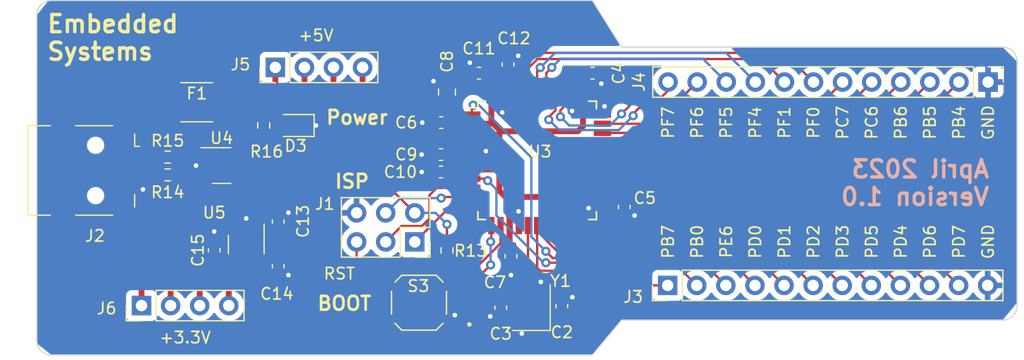
<source format=kicad_pcb>
(kicad_pcb (version 20221018) (generator pcbnew)
  (layers (0 "F.Cu" signal) (31 "B.Cu" signal) (34 "B.Paste" user) (35 "F.Paste" user) (36 "B.SilkS" user "B.Silkscreen") (37 "F.SilkS" user "F.Silkscreen") (38 "B.Mask" user) (39 "F.Mask" user) (44 "Edge.Cuts" user))
  (net 0 "")
  (net 1 "GND")
  (net 2 "+5V")
  (net 3 "XTAL1")
  (net 4 "XTAL2")
  (net 5 "/UCAP")
  (net 6 "/AREF")
  (net 7 "+3.3V")
  (net 8 "Net-(U5-BP)")
  (net 9 "Net-(D3-A)")
  (net 10 "Net-(J2-VBUS)")
  (net 11 "MISO")
  (net 12 "SCK")
  (net 13 "MOSI")
  (net 14 "RST")
  (net 15 "Net-(J2-D-)")
  (net 16 "Net-(J2-D+)")
  (net 17 "USB_CONN_D+")
  (net 18 "USB_CONN_D-")
  (net 19 "USB_D-")
  (net 20 "USB_D+")
  (net 22 "unconnected-(J2-Shield-Pad6)")
  (net 23 "PB7")
  (net 24 "PD5")
  (net 25 "PD3")
  (net 26 "PD2")
  (net 27 "PD1")
  (net 28 "PD0")
  (net 29 "PE6")
  (net 30 "PB0")
  (net 31 "PD4")
  (net 32 "PD6")
  (net 33 "PD7")
  (net 34 "PB4")
  (net 35 "PB5")
  (net 36 "PB6")
  (net 37 "PC6")
  (net 38 "PC7")
  (net 39 "PF7")
  (net 40 "PF6")
  (net 41 "PF5")
  (net 42 "PF4")
  (net 43 "PF1")
  (net 44 "PF0")
  (footprint "Capacitor_SMD:C_0603_1608Metric" (layer "F.Cu") (at 126.8695 106.4745 -90)
    (fp_text reference "C2")
    (fp_text value "22p")
  )
  (footprint "Connector_PinHeader_2.54mm:PinHeader_1x12_P2.54mm_Vertical" (layer "F.Cu") (at 164.084 86.879583 -90)
    (fp_text reference "J4")
    (fp_text value "ATMEGA_ConnRight")
  )
  (footprint "Capacitor_SMD:C_0603_1608Metric" (layer "F.Cu") (at 122.174 85.344 90)
    (fp_text reference "C12")
    (fp_text value "0.1uF")
  )
  (footprint "Crystal:Crystal_SMD_Abracon_ABM8G-4Pin_3.2x2.5mm" (layer "F.Cu") (at 124.2025 106.6015 90)
    (fp_text reference "Y1")
    (fp_text value "16MHz")
  )
  (footprint "Connector_PinSocket_2.54mm:PinSocket_2x03_P2.54mm_Vertical" (layer "F.Cu") (at 114.031 100.858 -90)
    (fp_text reference "J1")
    (fp_text value "AVR-ISP-6")
  )
  (footprint "Capacitor_SMD:C_0603_1608Metric" (layer "F.Cu") (at 116.319 94.742 180)
    (fp_text reference "C10")
    (fp_text value "0.1uF")
  )
  (footprint "PTS526_SMD_Button:PTS526_SMD_Button" (layer "F.Cu") (at 114.3955 106.172 180)
    (fp_text reference "S3")
    (fp_text value "PTS526_SM08_SMTR2_LFS")
  )
  (footprint "Capacitor_SMD:C_0603_1608Metric" (layer "F.Cu") (at 116.332 90.424 180)
    (fp_text reference "C6")
    (fp_text value "0.1uF")
  )
  (footprint "Connector_USB:USB_Mini-B_Lumberg_2486_01_Horizontal" (layer "F.Cu") (at 86.162 94.61 -90)
    (fp_text reference "J2")
    (fp_text value "USB_B_Mini")
  )
  (footprint "Capacitor_SMD:C_0603_1608Metric" (layer "F.Cu") (at 122.428 102.108 -90)
    (fp_text reference "C7")
    (fp_text value "0.1uF")
  )
  (footprint "Connector_PinHeader_2.54mm:PinHeader_1x12_P2.54mm_Vertical" (layer "F.Cu") (at 136.110585 104.659583 90)
    (fp_text reference "J3")
    (fp_text value "ATMEGA_ConnLeft")
  )
  (footprint "Resistor_SMD:R_0603_1608Metric" (layer "F.Cu") (at 116.84 101.6 -90)
    (fp_text reference "R13")
    (fp_text value "10k")
  )
  (footprint "Package_TO_SOT_SMD:SOT-23-6" (layer "F.Cu") (at 97.165615 94.181688)
    (fp_text reference "U4")
    (fp_text value "USBLC6-2SC6")
  )
  (footprint "Capacitor_SMD:C_0603_1608Metric" (layer "F.Cu") (at 96.52 101.587 90)
    (fp_text reference "C15")
    (fp_text value "10nF")
  )
  (footprint "LED_SMD:LED_0805_2012Metric" (layer "F.Cu") (at 103.5535 90.678 180)
    (fp_text reference "D3")
    (fp_text value "LED")
  )
  (footprint "Package_QFP:TQFP-44_10x10mm_P0.8mm" (layer "F.Cu") (at 124.714 93.726)
    (fp_text reference "U3")
    (fp_text value "ATmega32U4-A")
  )
  (footprint "Capacitor_SMD:C_0603_1608Metric" (layer "F.Cu") (at 119.634 86.106 180)
    (fp_text reference "C11")
    (fp_text value "0.1uF")
  )
  (footprint "Resistor_SMD:R_0603_1608Metric" (layer "F.Cu") (at 92.456911 93.445905)
    (fp_text reference "R15")
    (fp_text value "22")
  )
  (footprint "Package_TO_SOT_SMD:SOT-23-5" (layer "F.Cu") (at 99.314 101.092 -90)
    (fp_text reference "U5")
    (fp_text value "LP2985-3.3")
  )
  (footprint "Connector_PinHeader_2.54mm:PinHeader_1x04_P2.54mm_Vertical" (layer "F.Cu") (at 101.854 85.598 90)
    (fp_text reference "J5")
    (fp_text value "+5V_Conn")
  )
  (footprint "Resistor_SMD:R_0603_1608Metric" (layer "F.Cu") (at 92.456 94.996)
    (fp_text reference "R14")
    (fp_text value "22")
  )
  (footprint "Capacitor_SMD:C_0603_1608Metric" (layer "F.Cu") (at 132.321 97.803 -90)
    (fp_text reference "C5")
    (fp_text value "0.1uF")
  )
  (footprint "Capacitor_SMD:C_0603_1608Metric" (layer "F.Cu") (at 121.5355 106.6015 -90)
    (fp_text reference "C3")
    (fp_text value "22p")
  )
  (footprint "Capacitor_SMD:C_0603_1608Metric" (layer "F.Cu") (at 102.108 102.984 -90)
    (fp_text reference "C14")
    (fp_text value "2.2uF")
  )
  (footprint "Resistor_SMD:R_0603_1608Metric" (layer "F.Cu") (at 100.838 90.678 -90)
    (fp_text reference "R16")
    (fp_text value "1k")
  )
  (footprint "Connector_PinHeader_2.54mm:PinHeader_1x04_P2.54mm_Vertical" (layer "F.Cu") (at 90.17 106.426 90)
    (fp_text reference "J6")
    (fp_text value "+3.3V_Conn")
  )
  (footprint "Capacitor_SMD:C_0603_1608Metric" (layer "F.Cu") (at 102.108 99.073 90)
    (fp_text reference "C13")
    (fp_text value "1uF")
  )
  (footprint "Fuse:Fuse_1812_4532Metric" (layer "F.Cu") (at 94.996 88.646)
    (fp_text reference "F1")
    (fp_text value "PTCSMD")
  )
  (footprint "Capacitor_SMD:C_0603_1608Metric" (layer "F.Cu") (at 129.553 86.106)
    (fp_text reference "C4")
    (fp_text value "0.1uF")
  )
  (footprint "Capacitor_SMD:C_0603_1608Metric" (layer "F.Cu") (at 116.319 93.218 180)
    (fp_text reference "C9")
    (fp_text value "1uF")
  )
  (footprint "Capacitor_SMD:C_0805_2012Metric" (layer "F.Cu") (at 116.84 87.757 90)
    (fp_text reference "C8")
    (fp_text value "10uF")
  )
  (gr_arc (start 165.354 83.82) (mid 166.252026 84.191974) (end 166.624 85.09) (stroke (width 0.1)) (layer "Edge.Cuts"))
  (gr_line (start 129.54 110.744) (end 82.296 110.744) (stroke (width 0.1)) (layer "Edge.Cuts"))
  (gr_arc (start 82.296 110.744) (mid 81.397974 110.372026) (end 81.026 109.474) (stroke (width 0.1)) (layer "Edge.Cuts"))
  (gr_line (start 166.624 85.09) (end 166.624 106.426) (stroke (width 0.1)) (layer "Edge.Cuts"))
  (gr_line (start 132.08 83.82) (end 129.54 79.756) (stroke (width 0.1)) (layer "Edge.Cuts"))
  (gr_arc (start 81.026 81.026) (mid 81.397974 80.127974) (end 82.296 79.756) (stroke (width 0.1)) (layer "Edge.Cuts"))
  (gr_line (start 165.354 83.82) (end 132.08 83.82) (stroke (width 0.1)) (layer "Edge.Cuts"))
  (gr_line (start 132.08 107.696) (end 129.54 110.744) (stroke (width 0.1)) (layer "Edge.Cuts"))
  (gr_line (start 81.026 109.474) (end 81.026 81.026) (stroke (width 0.1)) (layer "Edge.Cuts"))
  (gr_line (start 165.354 107.696) (end 132.08 107.696) (stroke (width 0.1)) (layer "Edge.Cuts"))
  (gr_arc (start 166.624 106.426) (mid 166.252026 107.324026) (end 165.354 107.696) (stroke (width 0.1)) (layer "Edge.Cuts"))
  (gr_line (start 82.296 79.756) (end 129.54 79.756) (stroke (width 0.1)) (layer "Edge.Cuts"))
  (gr_text "April 2023\nVersion 1.0" (at 164.338 97.79) (layer "B.SilkS") (effects (font (size 1.5 1.5) (thickness 0.3) bold) (justify left bottom mirror)))
  (gr_text "PB0" (at 138.684 100.838 90) (layer "F.SilkS") (effects (font (size 1 1))))
  (gr_text "RST" (at 107.442 103.632) (layer "F.SilkS") (effects (font (size 1 1))))
  (gr_text "ISP" (at 106.934 96.266) (layer "F.SilkS") (effects (font (size 1.2 1.2) (thickness 0.24) bold) (justify left bottom)))
  (gr_text "+5V" (at 105.41 82.804) (layer "F.SilkS") (effects (font (size 1 1))))
  (gr_text "PB5" (at 159.004 90.424 90) (layer "F.SilkS") (effects (font (size 1 1))))
  (gr_text "PF6" (at 138.684 90.424 90) (layer "F.SilkS") (effects (font (size 1 1))))
  (gr_text "PF7" (at 136.144 90.424 90) (layer "F.SilkS") (effects (font (size 1 1))))
  (gr_text "PE6" (at 141.224 100.838 90) (layer "F.SilkS") (effects (font (size 1 1))))
  (gr_text "PD7" (at 161.544 100.838 90) (layer "F.SilkS") (effects (font (size 1 1))))
  (gr_text "Power" (at 106.172 90.678) (layer "F.SilkS") (effects (font (size 1.2 1.2) (thickness 0.24) bold) (justify left bottom)))
  (gr_text "PF0" (at 148.844 90.424 90) (layer "F.SilkS") (effects (font (size 1 1))))
  (gr_text "PB6" (at 156.464 90.424 90) (layer "F.SilkS") (effects (font (size 1 1))))
  (gr_text "+3.3V" (at 93.98 109.22) (layer "F.SilkS") (effects (font (size 1 1))))
  (gr_text "PD2" (at 148.844 100.838 90) (layer "F.SilkS") (effects (font (size 1 1))))
  (gr_text "GND" (at 164.084 100.838 90) (layer "F.SilkS") (effects (font (size 1 1))))
  (gr_text "PF4" (at 143.764 90.424 90) (layer "F.SilkS") (effects (font (size 1 1))))
  (gr_text "PD6" (at 159.004 100.838 90) (layer "F.SilkS") (effects (font (size 1 1))))
  (gr_text "PD3" (at 151.384 100.838 90) (layer "F.SilkS") (effects (font (size 1 1))))
  (gr_text "PD5" (at 153.924 100.838 90) (layer "F.SilkS") (effects (font (size 1 1))))
  (gr_text "PD0" (at 143.764 100.838 90) (layer "F.SilkS") (effects (font (size 1 1))))
  (gr_text "PC7" (at 151.384 90.424 90) (layer "F.SilkS") (effects (font (size 1 1))))
  (gr_text "Embedded \nSystems" (at 81.788 85.09) (layer "F.SilkS") (effects (font (size 1.5 1.5) (thickness 0.3) bold) (justify left bottom)))
  (gr_text "PD1" (at 146.304 100.838 90) (layer "F.SilkS") (effects (font (size 1 1))))
  (gr_text "BOOT" (at 105.41 106.934) (layer "F.SilkS") (effects (font (size 1.2 1.2) (thickness 0.24) bold) (justify left bottom)))
  (gr_text "PC6" (at 153.924 90.424 90) (layer "F.SilkS") (effects (font (size 1 1))))
  (gr_text "PD4" (at 156.464 100.838 90) (layer "F.SilkS") (effects (font (size 1 1))))
  (gr_text "PF5" (at 141.224 90.424 90) (layer "F.SilkS") (effects (font (size 1 1))))
  (gr_text "PB7" (at 136.144 100.838 90) (layer "F.SilkS") (effects (font (size 1 1))))
  (gr_text "PB4" (at 161.544 90.424 90) (layer "F.SilkS") (effects (font (size 1 1))))
  (gr_text "GND" (at 164.084 90.424 90) (layer "F.SilkS") (effects (font (size 1 1))))
  (gr_text "PF1" (at 146.304 90.424 90) (layer "F.SilkS") (effects (font (size 1 1))))
  (segment (start 104.491 90.678) (end 105.41 90.678) (width 0.508) (layer "F.Cu") (net 1))
  (segment (start 127.914 89.256) (end 127.762 89.408) (width 0.3048) (layer "F.Cu") (net 1))
  (segment (start 114.630216 93.218) (end 114.626396 93.22182) (width 0.508) (layer "F.Cu") (net 1))
  (segment (start 117.5225 107.895) (end 117.3955 108.022) (width 0.508) (layer "F.Cu") (net 1))
  (segment (start 88.862 96.21) (end 90.241 96.21) (width 0.508) (layer "F.Cu") (net 1))
  (segment (start 114.632608 94.748694) (end 115.537306 94.748694) (width 0.508) (layer "F.Cu") (net 1))
  (segment (start 115.537306 94.748694) (end 115.544 94.742) (width 0.508) (layer "F.Cu") (net 1))
  (segment (start 118.859 86.106) (end 118.859 85.211076) (width 0.508) (layer "F.Cu") (net 1))
  (segment (start 115.544 93.218) (end 114.630216 93.218) (width 0.508) (layer "F.Cu") (net 1))
  (segment (start 116.84 86.807) (end 115.66891 86.807) (width 0.508) (layer "F.Cu") (net 1))
  (segment (start 102.997 103.759) (end 102.108 103.759) (width 0.508) (layer "F.Cu") (net 1))
  (segment (start 130.595586 89.544414) (end 130.414 89.726) (width 0.508) (layer "F.Cu") (net 1))
  (segment (start 90.241 96.21) (end 90.297 96.266) (width 0.508) (layer "F.Cu") (net 1))
  (segment (start 121.666 89.535) (end 121.514 89.017882) (width 0.508) (layer "F.Cu") (net 1))
  (segment (start 130.318067 87.016836) (end 130.318067 86.115933) (width 0.508) (layer "F.Cu") (net 1))
  (segment (start 117.5225 107.26) (end 117.5225 107.895) (width 0.508) (layer "F.Cu") (net 1))
  (segment (start 133.223 98.552) (end 132.347 98.552) (width 0.508) (layer "F.Cu") (net 1))
  (segment (start 123.114 98.208228) (end 123.089352 98.18358) (width 0.508) (layer "F.Cu") (net 1))
  (segment (start 125.03174 104.356388) (end 125.03174 105.48074) (width 0.508) (layer "F.Cu") (net 1))
  (segment (start 125.03174 105.48074) (end 125.0525 105.5015) (width 0.508) (layer "F.Cu") (net 1))
  (segment (start 123.063 84.582) (end 122.187 84.582) (width 0.508) (layer "F.Cu") (net 1))
  (segment (start 121.514 89.017882) (end 121.514 88.026) (width 0.508) (layer "F.Cu") (net 1))
  (segment (start 130.414 97.726) (end 129.38736 97.726) (width 0.508) (layer "F.Cu") (net 1))
  (segment (start 102.997 98.298) (end 102.108 98.298) (width 0.508) (layer "F.Cu") (net 1))
  (segment (start 96.028115 94.181688) (end 94.929556 94.181688) (width 0.508) (layer "F.Cu") (net 1))
  (segment (start 130.595586 89.003476) (end 130.595586 89.544414) (width 0.508) (layer "F.Cu") (net 1))
  (segment (start 120.623036 107.3765) (end 120.617428 107.370892) (width 0.508) (layer "F.Cu") (net 1))
  (segment (start 123.3525 107.7015) (end 123.3525 108.84216) (width 0.508) (layer "F.Cu") (net 1))
  (segment (start 123.3525 108.84216) (end 123.377191 108.866851) (width 0.508) (layer "F.Cu") (net 1))
  (segment (start 115.557 90.424) (end 114.681 90.424) (width 0.508) (layer "F.Cu") (net 1))
  (segment (start 123.114 99.426) (end 123.114 98.208228) (width 0.508) (layer "F.Cu") (net 1))
  (segment (start 126.8695 105.6995) (end 127.779406 105.6995) (width 0.508) (layer "F.Cu") (net 1))
  (segment (start 130.318067 86.115933) (end 130.328 86.106) (width 0.508) (layer "F.Cu") (net 1))
  (segment (start 129.38736 97.726) (end 129.206701 97.906659) (width 0.508) (layer "F.Cu") (net 1))
  (segment (start 115.66891 86.807) (end 115.659806 86.797896) (width 0.508) (layer "F.Cu") (net 1))
  (segment (start 119.014 92.926) (end 120.235467 92.926) (width 0.508) (layer "F.Cu") (net 1))
  (segment (start 99.314 99.9545) (end 99.314 98.806) (width 0.508) (layer "F.Cu") (net 1))
  (segment (start 96.52 100.812) (end 96.52 99.949) (width 0.508) (layer "F.Cu") (net 1))
  (segment (start 118.859 85.211076) (end 118.836998 85.189074) (width 0.508) (layer "F.Cu") (net 1))
  (segment (start 122.428 102.883) (end 122.428 103.759) (width 0.508) (layer "F.Cu") (net 1))
  (segment (start 94.929556 94.181688) (end 94.927568 94.183676) (width 0.508) (layer "F.Cu") (net 1))
  (segment (start 120.235467 92.926) (end 120.24031 92.921157) (width 0.508) (layer "F.Cu") (net 1))
  (segment (start 121.5355 107.3765) (end 120.623036 107.3765) (width 0.508) (layer "F.Cu") (net 1))
  (segment (start 122.187 84.582) (end 122.174 84.569) (width 0.508) (layer "F.Cu") (net 1))
  (segment (start 127.779406 105.6995) (end 127.790378 105.688528) (width 0.508) (layer "F.Cu") (net 1))
  (segment (start 127.914 88.026) (end 127.914 89.256) (width 0.3048) (layer "F.Cu") (net 1))
  (via (at 94.927568 94.183676) (size 0.8) (drill 0.4) (layers "F.Cu" "B.Cu") (net 1))
  (via (at 122.428 103.759) (size 0.8) (drill 0.4) (layers "F.Cu" "B.Cu") (net 1))
  (via (at 99.314 98.806) (size 0.8) (drill 0.4) (layers "F.Cu" "B.Cu") (net 1))
  (via (at 121.666 89.535) (size 0.8) (drill 0.4) (layers "F.Cu" "B.Cu") (net 1))
  (via (at 127.762 89.408) (size 0.8) (drill 0.4) (layers "F.Cu" "B.Cu") (net 1))
  (via (at 105.41 90.678) (size 0.8) (drill 0.4) (layers "F.Cu" "B.Cu") (net 1))
  (via (at 133.223 98.552) (size 0.8) (drill 0.4) (layers "F.Cu" "B.Cu") (net 1))
  (via (at 115.659806 86.797896) (size 0.8) (drill 0.4) (layers "F.Cu" "B.Cu") (net 1))
  (via (at 120.24031 92.921157) (size 0.8) (drill 0.4) (layers "F.Cu" "B.Cu") (net 1))
  (via (at 120.617428 107.370892) (size 0.8) (drill 0.4) (layers "F.Cu" "B.Cu") (net 1))
  (via (at 123.377191 108.866851) (size 0.8) (drill 0.4) (layers "F.Cu" "B.Cu") (net 1))
  (via (at 96.52 99.949) (size 0.8) (drill 0.4) (layers "F.Cu" "B.Cu") (net 1))
  (via (at 102.997 103.759) (size 0.8) (drill 0.4) (layers "F.Cu" "B.Cu") (net 1))
  (via (at 114.632608 94.748694) (size 0.8) (drill 0.4) (layers "F.Cu" "B.Cu") (net 1))
  (via (at 127.790378 105.688528) (size 0.8) (drill 0.4) (layers "F.Cu" "B.Cu") (net 1))
  (via (at 90.297 96.266) (size 0.8) (drill 0.4) (layers "F.Cu" "B.Cu") (net 1))
  (via (at 125.03174 104.356388) (size 0.8) (drill 0.4) (layers "F.Cu" "B.Cu") (net 1))
  (via (at 130.595586 89.003476) (size 0.8) (drill 0.4) (layers "F.Cu" "B.Cu") (net 1))
  (via (at 129.206701 97.906659) (size 0.8) (drill 0.4) (layers "F.Cu" "B.Cu") (net 1))
  (via (at 114.626396 93.22182) (size 0.8) (drill 0.4) (layers "F.Cu" "B.Cu") (net 1))
  (via (at 102.997 98.298) (size 0.8) (drill 0.4) (layers "F.Cu" "B.Cu") (net 1))
  (via (at 118.836998 85.189074) (size 0.8) (drill 0.4) (layers "F.Cu" "B.Cu") (net 1))
  (via (at 117.5225 107.26) (size 0.8) (drill 0.4) (layers "F.Cu" "B.Cu") (net 1))
  (via (at 130.318067 87.016836) (size 0.8) (drill 0.4) (layers "F.Cu" "B.Cu") (net 1))
  (via (at 123.063 84.582) (size 0.8) (drill 0.4) (layers "F.Cu" "B.Cu") (net 1))
  (via (at 114.681 90.424) (size 0.8) (drill 0.4) (layers "F.Cu" "B.Cu") (net 1))
  (via (at 123.089352 98.18358) (size 0.8) (drill 0.4) (layers "F.Cu" "B.Cu") (net 1))
  (segment (start 132.219 96.926) (end 132.321 97.028) (width 0.508) (layer "F.Cu") (net 2))
  (segment (start 128.714 86.17) (end 128.778 86.106) (width 0.508) (layer "F.Cu") (net 2))
  (segment (start 119.014 90.526) (end 117.209 90.526) (width 0.508) (layer "F.Cu") (net 2))
  (segment (start 97.663 96.647) (end 98.364 97.348) (width 0.2032) (layer "F.Cu") (net 2))
  (segment (start 101.854 85.598) (end 101.854 87.691) (width 0.508) (layer "F.Cu") (net 2))
  (segment (start 97.1335 88.646) (end 97.155 88.6675) (width 0.2032) (layer "F.Cu") (net 2))
  (segment (start 106.934 85.598) (end 106.934 87.945) (width 0.508) (layer "F.Cu") (net 2))
  (segment (start 100.264 99.9545) (end 102.0015 99.9545) (width 0.508) (layer "F.Cu") (net 2))
  (segment (start 122.314 98.615967) (end 122.235352 98.537319) (width 0.508) (layer "F.Cu") (net 2))
  (segment (start 109.474 87.945) (end 110.236 88.707) (width 0.508) (layer "F.Cu") (net 2))
  (segment (start 110.236 88.707) (end 108.204 88.707) (width 0.508) (layer "F.Cu") (net 2))
  (segment (start 111.252 88.707) (end 110.236 88.707) (width 0.508) (layer "F.Cu") (net 2))
  (segment (start 101.854 87.691) (end 102.87 88.707) (width 0.508) (layer "F.Cu") (net 2))
  (segment (start 120.714 88.026) (end 120.714 90.361) (width 0.508) (layer "F.Cu") (net 2))
  (segment (start 107.95 88.707) (end 107.696 88.707) (width 0.508) (layer "F.Cu") (net 2))
  (segment (start 121.412 91.059) (end 121.412 93.98) (width 0.508) (layer "F.Cu") (net 2))
  (segment (start 114.031 98.318) (end 112.36 96.647) (width 0.2032) (layer "F.Cu") (net 2))
  (segment (start 122.235352 97.216352) (end 121.412 96.393) (width 0.508) (layer "F.Cu") (net 2))
  (segment (start 122.525704 96.926) (end 122.235352 97.216352) (width 0.508) (layer "F.Cu") (net 2))
  (segment (start 106.807 88.707) (end 104.902 88.707) (width 0.508) (layer "F.Cu") (net 2))
  (segment (start 119.014 90.526) (end 120.879 90.526) (width 0.508) (layer "F.Cu") (net 2))
  (segment (start 116.84 88.707) (end 111.252 88.707) (width 0.508) (layer "F.Cu") (net 2))
  (segment (start 120.714 90.361) (end 120.879 90.526) (width 0.508) (layer "F.Cu") (net 2))
  (segment (start 120.879 90.526) (end 121.412 91.059) (width 0.508) (layer "F.Cu") (net 2))
  (segment (start 116.84 99.314) (end 116.84 100.775) (width 0.2032) (layer "F.Cu") (net 2))
  (segment (start 107.696 88.707) (end 106.807 88.707) (width 0.508) (layer "F.Cu") (net 2))
  (segment (start 121.539 91.186) (end 121.412 91.059) (width 0.508) (layer "F.Cu") (net 2))
  (segment (start 97.483688 94.181688) (end 98.303115 94.181688) (width 0.2032) (layer "F.Cu") (net 2))
  (segment (start 121.412 93.98) (end 120.866 94.526) (width 0.508) (layer "F.Cu") (net 2))
  (segment (start 100.838 89.215) (end 100.33 88.707) (width 0.508) (layer "F.Cu") (net 2))
  (segment (start 97.155 96.139) (end 97.663 96.647) (width 0.2032) (layer "F.Cu") (net 2))
  (segment (start 122.314 101.219) (end 122.428 101.333) (width 0.508) (layer "F.Cu") (net 2))
  (segment (start 97.1945 88.707) (end 97.1335 88.646) (width 0.508) (layer "F.Cu") (net 2))
  (segment (start 130.414 96.926) (end 132.219 96.926) (width 0.508) (layer "F.Cu") (net 2))
  (segment (start 98.364 97.348) (end 98.364 98.105) (width 0.2032) (layer "F.Cu") (net 2))
  (segment (start 120.866 94.526) (end 119.014 94.526) (width 0.508) (layer "F.Cu") (net 2))
  (segment (start 99.984 97.952) (end 100.264 98.232) (width 0.508) (layer "F.Cu") (net 2))
  (segment (start 98.517 97.952) (end 99.984 97.952) (width 0.508) (layer "F.Cu") (net 2))
  (segment (start 97.155 93.853) (end 97.155 96.139) (width 0.2032) (layer "F.Cu") (net 2))
  (segment (start 98.364 98.105) (end 98.517 97.952) (width 0.508) (layer "F.Cu") (net 2))
  (segment (start 100.264 98.232) (end 100.264 99.9545) (width 0.508) (layer "F.Cu") (net 2))
  (segment (start 104.394 85.598) (end 104.394 88.199) (width 0.508) (layer "F.Cu") (net 2))
  (segment (start 107.95 88.707) (end 106.233 88.707) (width 0.508) (layer "F.Cu") (net 2))
  (segment (start 128.27 91.186) (end 121.539 91.186) (width 0.508) (layer "F.Cu") (net 2))
  (segment (start 116.84 88.707) (end 116.84 90.157) (width 0.508) (layer "F.Cu") (net 2))
  (segment (start 102.0015 99.9545) (end 102.108 99.848) (width 0.508) (layer "F.Cu") (net 2))
  (segment (start 120.714 86.411) (end 120.409 86.106) (width 0.508) (layer "F.Cu") (net 2))
  (segment (start 122.314 99.426) (end 122.314 101.219) (width 0.508) (layer "F.Cu") (net 2))
  (segment (start 109.474 85.598) (end 109.474 87.945) (width 0.508) (layer "F.Cu") (net 2))
  (segment (start 130.414 96.926) (end 122.525704 96.926) (width 0.508) (layer "F.Cu") (net 2))
  (segment (start 112.36 96.647) (end 97.663 96.647) (width 0.2032) (layer "F.Cu") (net 2))
  (segment (start 106.934 87.945) (end 107.696 88.707) (width 0.508) (layer "F.Cu") (net 2))
  (segment (start 100.838 89.853) (end 100.838 89.215) (width 0.508) (layer "F.Cu") (net 2))
  (segment (start 116.84 90.157) (end 117.107 90.424) (width 0.508) (layer "F.Cu") (net 2))
  (segment (start 122.235352 98.537319) (end 122.235352 97.216352) (width 0.508) (layer "F.Cu") (net 2))
  (segment (start 128.714 90.742) (end 128.27 91.186) (width 0.508) (layer "F.Cu") (net 2))
  (segment (start 100.33 88.707) (end 97.1945 88.707) (width 0.508) (layer "F.Cu") (net 2))
  (segment (start 102.87 88.707) (end 100.33 88.707) (width 0.508) (layer "F.Cu") (net 2))
  (segment (start 117.209 90.526) (end 117.107 90.424) (width 0.508) (layer "F.Cu") (net 2))
  (segment (start 103.124 88.707) (end 102.87 88.707) (width 0.508) (layer "F.Cu") (net 2))
  (segment (start 122.314 99.426) (end 122.314 98.615967) (width 0.508) (layer "F.Cu") (net 2))
  (segment (start 97.155 93.853) (end 97.483688 94.181688) (width 0.2032) (layer "F.Cu") (net 2))
  (segment (start 117.31 94.526) (end 117.094 94.742) (width 0.508) (layer "F.Cu") (net 2))
  (segment (start 104.902 88.707) (end 103.124 88.707) (width 0.508) (layer "F.Cu") (net 2))
  (segment (start 120.714 88.026) (end 120.714 86.411) (width 0.508) (layer "F.Cu") (net 2))
  (segment (start 98.364 99.9545) (end 98.364 98.105) (width 0.508) (layer "F.Cu") (net 2))
  (segment (start 104.394 88.199) (end 104.902 88.707) (width 0.508) (layer "F.Cu") (net 2))
  (segment (start 121.412 96.393) (end 121.412 93.98) (width 0.508) (layer "F.Cu") (net 2))
  (segment (start 128.714 88.026) (end 128.714 90.742) (width 0.508) (layer "F.Cu") (net 2))
  (segment (start 119.014 94.526) (end 117.31 94.526) (width 0.508) (layer "F.Cu") (net 2))
  (segment (start 108.204 88.707) (end 107.95 88.707) (width 0.508) (layer "F.Cu") (net 2))
  (segment (start 97.155 88.6675) (end 97.155 93.853) (width 0.2032) (layer "F.Cu") (net 2))
  (segment (start 128.714 88.026) (end 128.714 86.17) (width 0.508) (layer "F.Cu") (net 2))
  (via (at 116.84 99.314) (size 0.8) (drill 0.4) (layers "F.Cu" "B.Cu") (net 2))
  (segment (start 114.031 98.318) (end 115.844 98.318) (width 0.2032) (layer "B.Cu") (net 2))
  (segment (start 115.844 98.318) (end 116.84 99.314) (width 0.2032) (layer "B.Cu") (net 2))
  (segment (start 125.0525 107.7015) (end 126.4175 107.7015) (width 0.508) (layer "F.Cu") (net 3))
  (segment (start 126.4175 107.7015) (end 126.8695 107.2495) (width 0.508) (layer "F.Cu") (net 3))
  (segment (start 124.714 103.124) (end 124.968 103.378) (width 0.2032) (layer "F.Cu") (net 3))
  (segment (start 128.27 107.188) (end 126.931 107.188) (width 0.2032) (layer "F.Cu") (net 3))
  (segment (start 124.714 99.426) (end 124.714 103.124) (width 0.2032) (layer "F.Cu") (net 3))
  (segment (start 126.931 107.188) (end 126.8695 107.2495) (width 0.2032) (layer "F.Cu") (net 3))
  (segment (start 127.254 103.378) (end 128.524 104.648) (width 0.2032) (layer "F.Cu") (net 3))
  (segment (start 128.524 104.648) (end 128.524 106.934) (width 0.2032) (layer "F.Cu") (net 3))
  (segment (start 124.968 103.378) (end 127.254 103.378) (width 0.2032) (layer "F.Cu") (net 3))
  (segment (start 128.524 106.934) (end 128.27 107.188) (width 0.2032) (layer "F.Cu") (net 3))
  (segment (start 121.5355 105.8265) (end 123.0275 105.8265) (width 0.508) (layer "F.Cu") (net 4))
  (segment (start 123.914 103.924) (end 123.3525 104.4855) (width 0.2032) (layer "F.Cu") (net 4))
  (segment (start 123.914 99.426) (end 123.914 103.924) (width 0.2032) (layer "F.Cu") (net 4))
  (segment (start 123.3525 104.4855) (end 123.3525 105.5015) (width 0.2032) (layer "F.Cu") (net 4))
  (segment (start 123.5295 105.3245) (end 123.3525 105.5015) (width 0.2032) (layer "F.Cu") (net 4))
  (segment (start 123.0275 105.8265) (end 123.3525 105.5015) (width 0.508) (layer "F.Cu") (net 4))
  (segment (start 119.014 93.726) (end 117.602 93.726) (width 0.508) (layer "F.Cu") (net 5))
  (segment (start 117.602 93.726) (end 117.094 93.218) (width 0.508) (layer "F.Cu") (net 5))
  (segment (start 122.314 88.026) (end 122.314 86.259) (width 0.508) (layer "F.Cu") (net 6))
  (segment (start 122.314 86.259) (end 122.174 86.119) (width 0.508) (layer "F.Cu") (net 6))
  (segment (start 97.79 104.648) (end 98.298 104.14) (width 0.508) (layer "F.Cu") (net 7))
  (segment (start 96.012 104.14) (end 93.472 104.14) (width 0.508) (layer "F.Cu") (net 7))
  (segment (start 98.298 104.14) (end 96.012 104.14) (width 0.508) (layer "F.Cu") (net 7))
  (segment (start 95.25 106.426) (end 95.25 104.902) (width 0.508) (layer "F.Cu") (net 7))
  (segment (start 90.17 104.902) (end 90.17 106.426) (width 0.508) (layer "F.Cu") (net 7))
  (segment (start 97.79 106.426) (end 97.79 104.648) (width 0.508) (layer "F.Cu") (net 7))
  (segment (start 100.264 102.2295) (end 102.0875 102.2295) (width 0.508) (layer "F.Cu") (net 7))
  (segment (start 93.472 104.14) (end 90.932 104.14) (width 0.508) (layer "F.Cu") (net 7))
  (segment (start 100.264 103.19) (end 99.314 104.14) (width 0.508) (layer "F.Cu") (net 7))
  (segment (start 92.71 104.902) (end 93.472 104.14) (width 0.508) (layer "F.Cu") (net 7))
  (segment (start 90.932 104.14) (end 90.17 104.902) (width 0.508) (layer "F.Cu") (net 7))
  (segment (start 100.264 102.2295) (end 100.264 103.19) (width 0.508) (layer "F.Cu") (net 7))
  (segment (start 102.0875 102.2295) (end 102.108 102.209) (width 0.508) (layer "F.Cu") (net 7))
  (segment (start 95.25 104.902) (end 96.012 104.14) (width 0.508) (layer "F.Cu") (net 7))
  (segment (start 99.314 104.14) (end 98.298 104.14) (width 0.508) (layer "F.Cu") (net 7))
  (segment (start 92.71 106.426) (end 92.71 104.902) (width 0.508) (layer "F.Cu") (net 7))
  (segment (start 96.52 102.362) (end 98.2315 102.362) (width 0.508) (layer "F.Cu") (net 8))
  (segment (start 98.2315 102.362) (end 98.364 102.2295) (width 0.508) (layer "F.Cu") (net 8))
  (segment (start 101.791 91.503) (end 102.616 90.678) (width 0.508) (layer "F.Cu") (net 9))
  (segment (start 100.838 91.503) (end 101.791 91.503) (width 0.508) (layer "F.Cu") (net 9))
  (segment (start 92.8585 88.646) (end 92.8585 89.0055) (width 0.508) (layer "F.Cu") (net 10))
  (segment (start 92.8585 89.0055) (end 90.551 91.313) (width 0.508) (layer "F.Cu") (net 10))
  (segment (start 89.87 93.01) (end 88.862 93.01) (width 0.508) (layer "F.Cu") (net 10))
  (segment (start 90.551 92.329) (end 89.87 93.01) (width 0.508) (layer "F.Cu") (net 10))
  (segment (start 90.551 91.313) (end 90.551 92.329) (width 0.508) (layer "F.Cu") (net 10))
  (segment (start 117.163 97.726) (end 119.014 97.726) (width 0.2032) (layer "F.Cu") (net 11))
  (segment (start 114.031 100.858) (end 117.163 97.726) (width 0.2032) (layer "F.Cu") (net 11))
  (segment (start 114.6524 99.4696) (end 115.316 98.806) (width 0.2032) (layer "F.Cu") (net 12))
  (segment (start 111.491 100.858) (end 112.8794 99.4696) (width 0.2032) (layer "F.Cu") (net 12))
  (segment (start 115.964 96.126) (end 119.014 96.126) (width 0.2032) (layer "F.Cu") (net 12))
  (segment (start 115.316 96.774) (end 115.964 96.126) (width 0.2032) (layer "F.Cu") (net 12))
  (segment (start 115.316 98.806) (end 115.316 96.774) (width 0.2032) (layer "F.Cu") (net 12))
  (segment (start 112.8794 99.4696) (end 114.6524 99.4696) (width 0.2032) (layer "F.Cu") (net 12))
  (segment (start 116.434 96.926) (end 119.014 96.926) (width 0.2032) (layer "F.Cu") (net 13))
  (segment (start 116.332 97.028) (end 116.434 96.926) (width 0.2032) (layer "F.Cu") (net 13))
  (via (at 116.332 97.028) (size 0.8) (drill 0.4) (layers "F.Cu" "B.Cu") (net 13))
  (segment (start 111.491 98.318) (end 112.781 97.028) (width 0.2032) (layer "B.Cu") (net 13))
  (segment (start 112.781 97.028) (end 116.332 97.028) (width 0.2032) (layer "B.Cu") (net 13))
  (segment (start 117.094 103.378) (end 117.3955 103.378) (width 0.2032) (layer "F.Cu") (net 14))
  (segment (start 108.951 102.855) (end 109.474 103.378) (width 0.2032) (layer "F.Cu") (net 14))
  (segment (start 121.514 99.426) (end 121.514 100.99) (width 0.2032) (layer "F.Cu") (net 14))
  (segment (start 117.3955 103.8385) (end 117.856 103.378) (width 0.2032) (layer "F.Cu") (net 14))
  (segment (start 116.84 102.425) (end 116.84 103.124) (width 0.2032) (layer "F.Cu") (net 14))
  (segment (start 119.126 103.378) (end 117.856 103.378) (width 0.2032) (layer "F.Cu") (net 14))
  (segment (start 116.84 103.124) (end 117.094 103.378) (width 0.2032) (layer "F.Cu") (net 14))
  (segment (start 117.3955 104.322) (end 117.3955 103.8385) (width 0.2032) (layer "F.Cu") (net 14))
  (segment (start 109.474 103.378) (end 117.094 103.378) (width 0.2032) (layer "F.Cu") (net 14))
  (segment (start 108.951 100.858) (end 108.951 102.855) (width 0.2032) (layer "F.Cu") (net 14))
  (segment (start 117.856 103.378) (end 117.3955 103.378) (width 0.2032) (layer "F.Cu") (net 14))
  (segment (start 121.514 100.99) (end 119.126 103.378) (width 0.2032) (layer "F.Cu") (net 14))
  (segment (start 91.267816 93.81) (end 91.631911 93.445905) (width 0.508) (layer "F.Cu") (net 15))
  (segment (start 88.862 93.81) (end 91.267816 93.81) (width 0.508) (layer "F.Cu") (net 15))
  (segment (start 91.245 94.61) (end 91.631 94.996) (width 0.508) (layer "F.Cu") (net 16))
  (segment (start 88.862 94.61) (end 91.245 94.61) (width 0.508) (layer "F.Cu") (net 16))
  (segment (start 93.416688 95.131688) (end 96.028115 95.131688) (width 0.508) (layer "F.Cu") (net 17))
  (segment (start 93.281 94.996) (end 93.416688 95.131688) (width 0.508) (layer "F.Cu") (net 17))
  (segment (start 93.281911 93.445905) (end 93.496128 93.231688) (width 0.508) (layer "F.Cu") (net 18))
  (segment (start 93.496128 93.231688) (end 96.028115 93.231688) (width 0.508) (layer "F.Cu") (net 18))
  (segment (start 119.014 91.326) (end 117.888999 91.326) (width 0.2) (layer "F.Cu") (net 19))
  (segment (start 117.888999 91.326) (end 117.713999 91.501) (width 0.2) (layer "F.Cu") (net 19))
  (segment (start 98.653115 93.581688) (end 98.303115 93.231688) (width 0.2) (layer "F.Cu") (net 19))
  (segment (start 108.544113 93.956687) (end 99.37701 93.956687) (width 0.2) (layer "F.Cu") (net 19))
  (segment (start 110.9998 91.501) (end 108.544113 93.956687) (width 0.2) (layer "F.Cu") (net 19))
  (segment (start 99.37701 93.956687) (end 99.002011 93.581688) (width 0.2) (layer "F.Cu") (net 19))
  (segment (start 117.713999 91.501) (end 110.9998 91.501) (width 0.2) (layer "F.Cu") (net 19))
  (segment (start 99.002011 93.581688) (end 98.653115 93.581688) (width 0.2) (layer "F.Cu") (net 19))
  (segment (start 99.002011 94.781688) (end 98.653115 94.781688) (width 0.2) (layer "F.Cu") (net 20))
  (segment (start 98.653115 94.781688) (end 98.303115 95.131688) (width 0.2) (layer "F.Cu") (net 20))
  (segment (start 119.014 92.126) (end 117.888999 92.126) (width 0.2) (layer "F.Cu") (net 20))
  (segment (start 117.713999 91.951) (end 111.1862 91.951) (width 0.2) (layer "F.Cu") (net 20))
  (segment (start 111.1862 91.951) (end 108.730511 94.406689) (width 0.2) (layer "F.Cu") (net 20))
  (segment (start 99.37701 94.406689) (end 99.002011 94.781688) (width 0.2) (layer "F.Cu") (net 20))
  (segment (start 117.888999 92.126) (end 117.713999 91.951) (width 0.2) (layer "F.Cu") (net 20))
  (segment (start 108.730511 94.406689) (end 99.37701 94.406689) (width 0.2) (layer "F.Cu") (net 20))
  (segment (start 88.762 99.06) (end 83.312 99.06) (width 0.508) (layer "F.Cu") (net 22))
  (segment (start 88.762 90.16) (end 83.312 90.16) (width 0.508) (layer "F.Cu") (net 22))
  (segment (start 83.312 99.06) (end 83.312 90.16) (width 0.508) (layer "F.Cu") (net 22))
  (segment (start 128.27 109.728) (end 129.54 108.458) (width 0.2032) (layer "F.Cu") (net 23))
  (segment (start 120.714 99.426) (end 120.714 100.774) (width 0.2032) (layer "F.Cu") (net 23))
  (segment (start 120.65 102.87) (end 119.634 103.886) (width 0.2032) (layer "F.Cu") (net 23))
  (segment (start 129.54 108.458) (end 129.54 105.918) (width 0.2032) (layer "F.Cu") (net 23))
  (segment (start 120.714 100.774) (end 120.65 100.838) (width 0.2032) (layer "F.Cu") (net 23))
  (segment (start 119.634 109.22) (end 120.142 109.728) (width 0.2032) (layer "F.Cu") (net 23))
  (segment (start 119.634 103.886) (end 119.634 109.22) (width 0.2032) (layer "F.Cu") (net 23))
  (segment (start 130.798417 104.659583) (end 136.110585 104.659583) (width 0.2032) (layer "F.Cu") (net 23))
  (segment (start 129.54 105.918) (end 130.798417 104.659583) (width 0.2032) (layer "F.Cu") (net 23))
  (segment (start 120.142 109.728) (end 128.27 109.728) (width 0.2032) (layer "F.Cu") (net 23))
  (via (at 120.65 100.838) (size 0.8) (drill 0.4) (layers "F.Cu" "B.Cu") (net 23))
  (via (at 120.65 102.87) (size 0.8) (drill 0.4) (layers "F.Cu" "B.Cu") (net 23))
  (segment (start 120.65 100.838) (end 120.65 102.87) (width 0.2032) (layer "B.Cu") (net 23))
  (segment (start 128.714 99.426) (end 129.652 99.426) (width 0.2032) (layer "F.Cu") (net 24))
  (segment (start 129.652 99.426) (end 130.048 99.822) (width 0.2032) (layer "F.Cu") (net 24))
  (segment (start 130.048 99.822) (end 149.053002 99.822) (width 0.2032) (layer "F.Cu") (net 24))
  (segment (start 149.053002 99.822) (end 153.890585 104.659583) (width 0.2032) (layer "F.Cu") (net 24))
  (segment (start 127.914 100.3792) (end 128.0744 100.5396) (width 0.2032) (layer "F.Cu") (net 25))
  (segment (start 147.230602 100.5396) (end 151.350585 104.659583) (width 0.2032) (layer "F.Cu") (net 25))
  (segment (start 128.0744 100.5396) (end 147.230602 100.5396) (width 0.2032) (layer "F.Cu") (net 25))
  (segment (start 127.914 99.426) (end 127.914 100.3792) (width 0.2032) (layer "F.Cu") (net 25))
  (segment (start 127.508 100.9428) (end 145.093802 100.9428) (width 0.2032) (layer "F.Cu") (net 26))
  (segment (start 127.114 99.426) (end 127.114 100.5488) (width 0.2032) (layer "F.Cu") (net 26))
  (segment (start 127.114 100.5488) (end 127.508 100.9428) (width 0.2032) (layer "F.Cu") (net 26))
  (segment (start 145.093802 100.9428) (end 148.810585 104.659583) (width 0.2032) (layer "F.Cu") (net 26))
  (segment (start 126.314 100.66) (end 127 101.346) (width 0.2032) (layer "F.Cu") (net 27))
  (segment (start 126.314 99.426) (end 126.314 100.66) (width 0.2032) (layer "F.Cu") (net 27))
  (segment (start 127 101.346) (end 142.957002 101.346) (width 0.2032) (layer "F.Cu") (net 27))
  (segment (start 142.957002 101.346) (end 146.270585 104.659583) (width 0.2032) (layer "F.Cu") (net 27))
  (segment (start 125.514 100.723184) (end 126.644816 101.854) (width 0.2032) (layer "F.Cu") (net 28))
  (segment (start 125.514 99.426) (end 125.514 100.723184) (width 0.2032) (layer "F.Cu") (net 28))
  (segment (start 140.925002 101.854) (end 143.730585 104.659583) (width 0.2032) (layer "F.Cu") (net 28))
  (segment (start 126.644816 101.854) (end 140.925002 101.854) (width 0.2032) (layer "F.Cu") (net 28))
  (segment (start 126.5029 102.2737) (end 126.5194 102.2572) (width 0.2032) (layer "F.Cu") (net 29))
  (segment (start 126.072303 102.2737) (end 126.5029 102.2737) (width 0.2032) (layer "F.Cu") (net 29))
  (segment (start 119.014 89.012) (end 119.126 88.9) (width 0.2032) (layer "F.Cu") (net 29))
  (segment (start 127.6572 102.2572) (end 128.016 102.616) (width 0.2032) (layer "F.Cu") (net 29))
  (segment (start 139.147002 102.616) (end 141.190585 104.659583) (width 0.2032) (layer "F.Cu") (net 29))
  (segment (start 128.016 102.616) (end 139.147002 102.616) (width 0.2032) (layer "F.Cu") (net 29))
  (segment (start 119.014 89.726) (end 119.014 89.012) (width 0.2032) (layer "F.Cu") (net 29))
  (segment (start 126.5194 102.2572) (end 127.6572 102.2572) (width 0.2032) (layer "F.Cu") (net 29))
  (segment (start 125.476 101.677397) (end 126.072303 102.2737) (width 0.2032) (layer "F.Cu") (net 29))
  (via (at 125.476 101.677397) (size 0.8) (drill 0.4) (layers "F.Cu" "B.Cu") (net 29))
  (via (at 119.126 88.9) (size 0.8) (drill 0.4) (layers "F.Cu" "B.Cu") (net 29))
  (segment (start 124.206 100.407397) (end 125.476 101.677397) (width 0.2032) (layer "B.Cu") (net 29))
  (segment (start 119.126 88.9) (end 119.634 88.9) (width 0.2032) (layer "B.Cu") (net 29))
  (segment (start 124.206 93.472) (end 124.206 97.536) (width 0.2032) (layer "B.Cu") (net 29))
  (segment (start 119.634 88.9) (end 122.174 91.44) (width 0.2032) (layer "B.Cu") (net 29))
  (segment (start 122.174 91.44) (end 124.206 93.472) (width 0.2032) (layer "B.Cu") (net 29))
  (segment (start 124.206 97.536) (end 124.206 99.9438) (width 0.2032) (layer "B.Cu") (net 29))
  (segment (start 124.206 99.9438) (end 124.206 100.407397) (width 0.2032) (layer "B.Cu") (net 29))
  (segment (start 127.3149 102.6769) (end 127.762 103.124) (width 0.2032) (layer "F.Cu") (net 30))
  (segment (start 127.762 103.124) (end 137.115002 103.124) (width 0.2032) (layer "F.Cu") (net 30))
  (segment (start 120.218 95.326) (end 120.396 95.504) (width 0.2032) (layer "F.Cu") (net 30))
  (segment (start 119.014 95.326) (end 120.218 95.326) (width 0.2032) (layer "F.Cu") (net 30))
  (segment (start 125.476 102.6769) (end 127.3149 102.6769) (width 0.2032) (layer "F.Cu") (net 30))
  (segment (start 137.115002 103.124) (end 138.650585 104.659583) (width 0.2032) (layer "F.Cu") (net 30))
  (via (at 125.476 102.6769) (size 0.8) (drill 0.4) (layers "F.Cu" "B.Cu") (net 30))
  (via (at 120.396 95.504) (size 0.8) (drill 0.4) (layers "F.Cu" "B.Cu") (net 30))
  (segment (start 121.158 98.552) (end 125.2829 102.6769) (width 0.2032) (layer "B.Cu") (net 30))
  (segment (start 121.158 96.266) (end 121.158 98.552) (width 0.2032) (layer "B.Cu") (net 30))
  (segment (start 120.396 95.504) (end 121.158 96.266) (width 0.2032) (layer "B.Cu") (net 30))
  (segment (start 125.2829 102.6769) (end 125.476 102.6769) (width 0.2032) (layer "B.Cu") (net 30))
  (segment (start 147.897002 96.126) (end 156.430585 104.659583) (width 0.2032) (layer "F.Cu") (net 31))
  (segment (start 130.414 96.126) (end 147.897002 96.126) (width 0.2032) (layer "F.Cu") (net 31))
  (segment (start 130.414 95.326) (end 149.637002 95.326) (width 0.2032) (layer "F.Cu") (net 32))
  (segment (start 149.637002 95.326) (end 158.970585 104.659583) (width 0.2032) (layer "F.Cu") (net 32))
  (segment (start 151.377002 94.526) (end 161.510585 104.659583) (width 0.2032) (layer "F.Cu") (net 33))
  (segment (start 130.414 94.526) (end 151.377002 94.526) (width 0.2032) (layer "F.Cu") (net 33))
  (segment (start 154.697583 93.726) (end 161.544 86.879583) (width 0.2032) (layer "F.Cu") (net 34))
  (segment (start 130.414 93.726) (end 154.697583 93.726) (width 0.2032) (layer "F.Cu") (net 34))
  (segment (start 130.414 92.926) (end 152.957583 92.926) (width 0.2032) (layer "F.Cu") (net 35))
  (segment (start 152.957583 92.926) (end 159.004 86.879583) (width 0.2032) (layer "F.Cu") (net 35))
  (segment (start 130.414 92.126) (end 151.217583 92.126) (width 0.2032) (layer "F.Cu") (net 36))
  (segment (start 151.217583 92.126) (end 156.464 86.879583) (width 0.2032) (layer "F.Cu") (net 36))
  (segment (start 130.414 91.326) (end 149.477583 91.326) (width 0.2032) (layer "F.Cu") (net 37))
  (segment (start 149.477583 91.326) (end 153.924 86.879583) (width 0.2032) (layer "F.Cu") (net 37))
  (segment (start 130.414 90.526) (end 147.737583 90.526) (width 0.2032) (layer "F.Cu") (net 38))
  (segment (start 147.737583 90.526) (end 151.384 86.879583) (width 0.2032) (layer "F.Cu") (net 38))
  (segment (start 132.08 89.662) (end 133.35 88.392) (width 0.2032) (layer "F.Cu") (net 39))
  (segment (start 135.382 88.392) (end 136.144 87.63) (width 0.2032) (layer "F.Cu") (net 39))
  (segment (start 136.144 87.63) (end 136.144 86.879583) (width 0.2032) (layer "F.Cu") (net 39))
  (segment (start 127.114 88.026) (end 127.114 88.9792) (width 0.2032) (layer "F.Cu") (net 39))
  (segment (start 126.746 89.3472) (end 126.746 89.916) (width 0.2032) (layer "F.Cu") (net 39))
  (segment (start 127.114 88.9792) (end 126.746 89.3472) (width 0.2032) (layer "F.Cu") (net 39))
  (segment (start 133.35 88.392) (end 135.382 88.392) (width 0.2032) (layer "F.Cu") (net 39))
  (via (at 126.746 89.916) (size 0.8) (drill 0.4) (layers "F.Cu" "B.Cu") (net 39))
  (via (at 132.08 89.662) (size 0.8) (drill 0.4) (layers "F.Cu" "B.Cu") (net 39))
  (segment (start 126.746 89.916) (end 127.508 90.678) (width 0.2032) (layer "B.Cu") (net 39))
  (segment (start 129.286 90.678) (end 131.064 90.678) (width 0.2032) (layer "B.Cu") (net 39))
  (segment (start 131.064 90.678) (end 132.08 89.662) (width 0.2032) (layer "B.Cu") (net 39))
  (segment (start 127.508 90.678) (end 129.286 90.678) (width 0.2032) (layer "B.Cu") (net 39))
  (segment (start 125.73 89.939787) (end 125.73 90.17) (width 0.2032) (layer "F.Cu") (net 40))
  (segment (start 126.314 88.026) (end 126.314 89.355787) (width 0.2032) (layer "F.Cu") (net 40))
  (segment (start 126.314 89.355787) (end 125.73 89.939787) (width 0.2032) (layer "F.Cu") (net 40))
  (segment (start 136.409583 89.154) (end 138.684 86.879583) (width 0.2032) (layer "F.Cu") (net 40))
  (segment (start 133.096 89.8249) (end 133.096 89.662) (width 0.2032) (layer "F.Cu") (net 40))
  (segment (start 133.604 89.154) (end 136.409583 89.154) (width 0.2032) (layer "F.Cu") (net 40))
  (segment (start 133.096 89.662) (end 133.604 89.154) (width 0.2032) (layer "F.Cu") (net 40))
  (via (at 125.73 90.17) (size 0.8) (drill 0.4) (layers "F.Cu" "B.Cu") (net 40))
  (via (at 133.096 89.8249) (size 0.8) (drill 0.4) (layers "F.Cu" "B.Cu") (net 40))
  (segment (start 131.8397 91.0812) (end 133.096 89.8249) (width 0.2032) (layer "B.Cu") (net 40))
  (segment (start 126.6412 91.0812) (end 131.8397 91.0812) (width 0.2032) (layer "B.Cu") (net 40))
  (segment (start 125.73 90.17) (end 126.6412 91.0812) (width 0.2032) (layer "B.Cu") (net 40))
  (segment (start 125.514 88.026) (end 125.514 86.081223) (width 0.2032) (layer "F.Cu") (net 41))
  (segment (start 125.514 86.081223) (end 125.991723 85.6035) (width 0.2032) (layer "F.Cu") (net 41))
  (via (at 125.991723 85.6035) (size 0.8) (drill 0.4) (layers "F.Cu" "B.Cu") (net 41))
  (segment (start 126.759223 84.836) (end 139.180417 84.836) (width 0.2032) (layer "B.Cu") (net 41))
  (segment (start 139.180417 84.836) (end 141.224 86.879583) (width 0.2032) (layer "B.Cu") (net 41))
  (segment (start 125.991723 85.6035) (end 126.759223 84.836) (width 0.2032) (layer "B.Cu") (net 41))
  (segment (start 124.714 88.026) (end 124.714 85.889716) (width 0.2032) (layer "F.Cu") (net 42))
  (segment (start 124.714 85.889716) (end 124.986858 85.616858) (width 0.2032) (layer "F.Cu") (net 42))
  (via (at 124.986858 85.616858) (size 0.8) (drill 0.4) (layers "F.Cu" "B.Cu") (net 42))
  (segment (start 126.275716 84.328) (end 141.212417 84.328) (width 0.2032) (layer "B.Cu") (net 42))
  (segment (start 141.212417 84.328) (end 143.764 86.879583) (width 0.2032) (layer "B.Cu") (net 42))
  (segment (start 124.986858 85.616858) (end 126.275716 84.328) (width 0.2032) (layer "B.Cu") (net 42))
  (segment (start 124.745105 84.867105) (end 144.291522 84.867105) (width 0.2032) (layer "F.Cu") (net 43))
  (segment (start 123.914 88.026) (end 123.914 85.69821) (width 0.2032) (layer "F.Cu") (net 43))
  (segment (start 123.914 85.69821) (end 124.745105 84.867105) (width 0.2032) (layer "F.Cu") (net 43))
  (segment (start 144.291522 84.867105) (end 146.304 86.879583) (width 0.2032) (layer "F.Cu") (net 43))
  (segment (start 123.114 85.928) (end 124.714 84.328) (width 0.2032) (layer "F.Cu") (net 44))
  (segment (start 124.714 84.328) (end 146.292417 84.328) (width 0.2032) (layer "F.Cu") (net 44))
  (segment (start 123.114 88.026) (end 123.114 85.928) (width 0.2032) (layer "F.Cu") (net 44))
  (segment (start 146.292417 84.328) (end 148.844 86.879583) (width 0.2032) (layer "F.Cu") (net 44))
  (zone (net 1) (net_name "GND") (layer "B.Cu") (connect_pads (clearance 0.5)) (min_thickness 0.25) (fill yes (thermal_gap 0.5) (thermal_bridge_width 0.5))
    (polygon (pts (xy 82.042 79.756) (xy 129.54 79.756) (xy 132.08 83.82) (xy 165.354 83.82) (xy 166.624 85.09) (xy 166.624 106.172) (xy 165.354 107.696) (xy 132.08 107.696) (xy 129.54 110.744) (xy 82.296 110.744) (xy 81.026 109.728) (xy 81.026 81.026)))
  )
)
</source>
